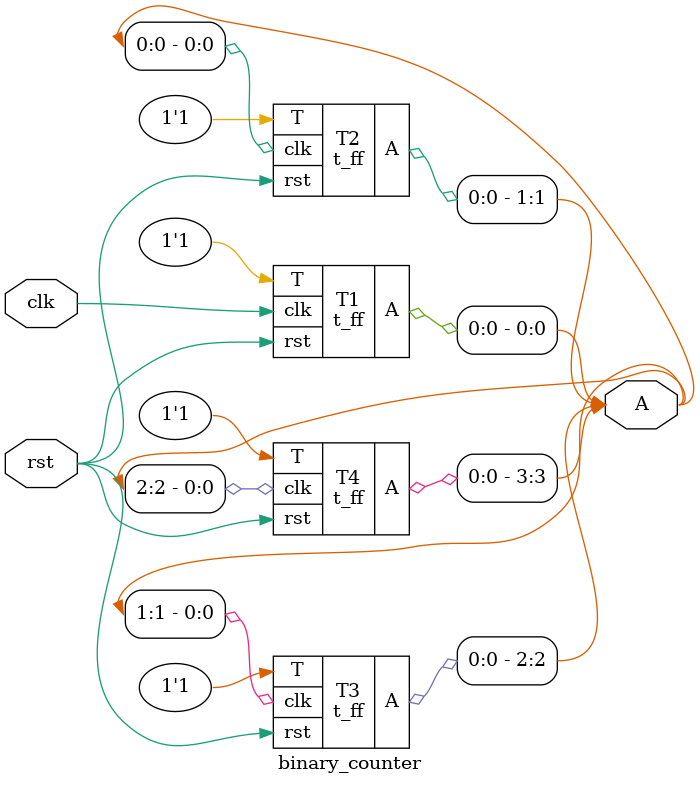
<source format=v>
module t_ff(
    input clk, rst, T,
    output reg A
);

always@(negedge clk, negedge rst) begin
    if (!rst) A <= 1'b0;
    else if (T == 1'b1) A <= ~A;
end
endmodule

module binary_counter(
    input clk, rst,
    output wire[3:0] A
);

t_ff T1(clk, rst, 1'b1, A[0]);
t_ff T2(A[0], rst, 1'b1, A[1]);
t_ff T3(A[1], rst, 1'b1, A[2]);
t_ff T4(A[2], rst, 1'b1, A[3]);
endmodule
</source>
